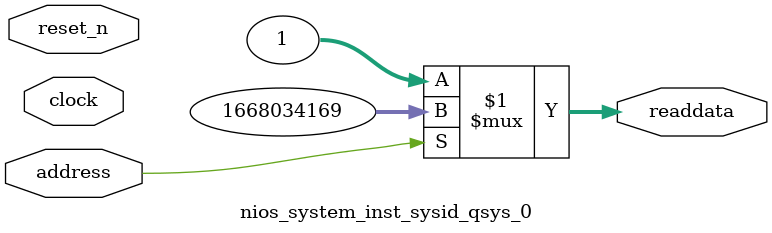
<source format=v>



// synthesis translate_off
`timescale 1ns / 1ps
// synthesis translate_on

// turn off superfluous verilog processor warnings 
// altera message_level Level1 
// altera message_off 10034 10035 10036 10037 10230 10240 10030 

module nios_system_inst_sysid_qsys_0 (
               // inputs:
                address,
                clock,
                reset_n,

               // outputs:
                readdata
             )
;

  output  [ 31: 0] readdata;
  input            address;
  input            clock;
  input            reset_n;

  wire    [ 31: 0] readdata;
  //control_slave, which is an e_avalon_slave
  assign readdata = address ? 1668034169 : 1;

endmodule



</source>
